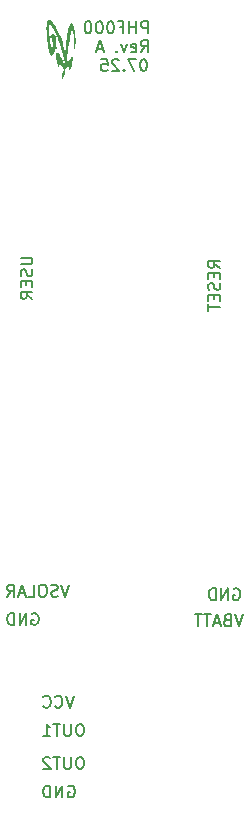
<source format=gbo>
%TF.GenerationSoftware,KiCad,Pcbnew,9.0.3-9.0.3-0~ubuntu24.04.1*%
%TF.CreationDate,2025-08-01T15:49:40+02:00*%
%TF.ProjectId,PHF000 - Node,50484630-3030-4202-9d20-4e6f64652e6b,rev?*%
%TF.SameCoordinates,Original*%
%TF.FileFunction,Legend,Bot*%
%TF.FilePolarity,Positive*%
%FSLAX46Y46*%
G04 Gerber Fmt 4.6, Leading zero omitted, Abs format (unit mm)*
G04 Created by KiCad (PCBNEW 9.0.3-9.0.3-0~ubuntu24.04.1) date 2025-08-01 15:49:40*
%MOMM*%
%LPD*%
G01*
G04 APERTURE LIST*
%ADD10C,0.200000*%
%ADD11C,0.000000*%
G04 APERTURE END LIST*
D10*
X109406517Y-90314838D02*
X109501755Y-90267219D01*
X109501755Y-90267219D02*
X109644612Y-90267219D01*
X109644612Y-90267219D02*
X109787469Y-90314838D01*
X109787469Y-90314838D02*
X109882707Y-90410076D01*
X109882707Y-90410076D02*
X109930326Y-90505314D01*
X109930326Y-90505314D02*
X109977945Y-90695790D01*
X109977945Y-90695790D02*
X109977945Y-90838647D01*
X109977945Y-90838647D02*
X109930326Y-91029123D01*
X109930326Y-91029123D02*
X109882707Y-91124361D01*
X109882707Y-91124361D02*
X109787469Y-91219600D01*
X109787469Y-91219600D02*
X109644612Y-91267219D01*
X109644612Y-91267219D02*
X109549374Y-91267219D01*
X109549374Y-91267219D02*
X109406517Y-91219600D01*
X109406517Y-91219600D02*
X109358898Y-91171980D01*
X109358898Y-91171980D02*
X109358898Y-90838647D01*
X109358898Y-90838647D02*
X109549374Y-90838647D01*
X108930326Y-91267219D02*
X108930326Y-90267219D01*
X108930326Y-90267219D02*
X108358898Y-91267219D01*
X108358898Y-91267219D02*
X108358898Y-90267219D01*
X107882707Y-91267219D02*
X107882707Y-90267219D01*
X107882707Y-90267219D02*
X107644612Y-90267219D01*
X107644612Y-90267219D02*
X107501755Y-90314838D01*
X107501755Y-90314838D02*
X107406517Y-90410076D01*
X107406517Y-90410076D02*
X107358898Y-90505314D01*
X107358898Y-90505314D02*
X107311279Y-90695790D01*
X107311279Y-90695790D02*
X107311279Y-90838647D01*
X107311279Y-90838647D02*
X107358898Y-91029123D01*
X107358898Y-91029123D02*
X107406517Y-91124361D01*
X107406517Y-91124361D02*
X107501755Y-91219600D01*
X107501755Y-91219600D02*
X107644612Y-91267219D01*
X107644612Y-91267219D02*
X107882707Y-91267219D01*
X101839850Y-45467219D02*
X101744612Y-45467219D01*
X101744612Y-45467219D02*
X101649374Y-45514838D01*
X101649374Y-45514838D02*
X101601755Y-45562457D01*
X101601755Y-45562457D02*
X101554136Y-45657695D01*
X101554136Y-45657695D02*
X101506517Y-45848171D01*
X101506517Y-45848171D02*
X101506517Y-46086266D01*
X101506517Y-46086266D02*
X101554136Y-46276742D01*
X101554136Y-46276742D02*
X101601755Y-46371980D01*
X101601755Y-46371980D02*
X101649374Y-46419600D01*
X101649374Y-46419600D02*
X101744612Y-46467219D01*
X101744612Y-46467219D02*
X101839850Y-46467219D01*
X101839850Y-46467219D02*
X101935088Y-46419600D01*
X101935088Y-46419600D02*
X101982707Y-46371980D01*
X101982707Y-46371980D02*
X102030326Y-46276742D01*
X102030326Y-46276742D02*
X102077945Y-46086266D01*
X102077945Y-46086266D02*
X102077945Y-45848171D01*
X102077945Y-45848171D02*
X102030326Y-45657695D01*
X102030326Y-45657695D02*
X101982707Y-45562457D01*
X101982707Y-45562457D02*
X101935088Y-45514838D01*
X101935088Y-45514838D02*
X101839850Y-45467219D01*
X101173183Y-45467219D02*
X100506517Y-45467219D01*
X100506517Y-45467219D02*
X100935088Y-46467219D01*
X100125564Y-46371980D02*
X100077945Y-46419600D01*
X100077945Y-46419600D02*
X100125564Y-46467219D01*
X100125564Y-46467219D02*
X100173183Y-46419600D01*
X100173183Y-46419600D02*
X100125564Y-46371980D01*
X100125564Y-46371980D02*
X100125564Y-46467219D01*
X99696993Y-45562457D02*
X99649374Y-45514838D01*
X99649374Y-45514838D02*
X99554136Y-45467219D01*
X99554136Y-45467219D02*
X99316041Y-45467219D01*
X99316041Y-45467219D02*
X99220803Y-45514838D01*
X99220803Y-45514838D02*
X99173184Y-45562457D01*
X99173184Y-45562457D02*
X99125565Y-45657695D01*
X99125565Y-45657695D02*
X99125565Y-45752933D01*
X99125565Y-45752933D02*
X99173184Y-45895790D01*
X99173184Y-45895790D02*
X99744612Y-46467219D01*
X99744612Y-46467219D02*
X99125565Y-46467219D01*
X98220803Y-45467219D02*
X98696993Y-45467219D01*
X98696993Y-45467219D02*
X98744612Y-45943409D01*
X98744612Y-45943409D02*
X98696993Y-45895790D01*
X98696993Y-45895790D02*
X98601755Y-45848171D01*
X98601755Y-45848171D02*
X98363660Y-45848171D01*
X98363660Y-45848171D02*
X98268422Y-45895790D01*
X98268422Y-45895790D02*
X98220803Y-45943409D01*
X98220803Y-45943409D02*
X98173184Y-46038647D01*
X98173184Y-46038647D02*
X98173184Y-46276742D01*
X98173184Y-46276742D02*
X98220803Y-46371980D01*
X98220803Y-46371980D02*
X98268422Y-46419600D01*
X98268422Y-46419600D02*
X98363660Y-46467219D01*
X98363660Y-46467219D02*
X98601755Y-46467219D01*
X98601755Y-46467219D02*
X98696993Y-46419600D01*
X98696993Y-46419600D02*
X98744612Y-46371980D01*
X102130326Y-43267219D02*
X102130326Y-42267219D01*
X102130326Y-42267219D02*
X101749374Y-42267219D01*
X101749374Y-42267219D02*
X101654136Y-42314838D01*
X101654136Y-42314838D02*
X101606517Y-42362457D01*
X101606517Y-42362457D02*
X101558898Y-42457695D01*
X101558898Y-42457695D02*
X101558898Y-42600552D01*
X101558898Y-42600552D02*
X101606517Y-42695790D01*
X101606517Y-42695790D02*
X101654136Y-42743409D01*
X101654136Y-42743409D02*
X101749374Y-42791028D01*
X101749374Y-42791028D02*
X102130326Y-42791028D01*
X101130326Y-43267219D02*
X101130326Y-42267219D01*
X101130326Y-42743409D02*
X100558898Y-42743409D01*
X100558898Y-43267219D02*
X100558898Y-42267219D01*
X99749374Y-42743409D02*
X100082707Y-42743409D01*
X100082707Y-43267219D02*
X100082707Y-42267219D01*
X100082707Y-42267219D02*
X99606517Y-42267219D01*
X99035088Y-42267219D02*
X98939850Y-42267219D01*
X98939850Y-42267219D02*
X98844612Y-42314838D01*
X98844612Y-42314838D02*
X98796993Y-42362457D01*
X98796993Y-42362457D02*
X98749374Y-42457695D01*
X98749374Y-42457695D02*
X98701755Y-42648171D01*
X98701755Y-42648171D02*
X98701755Y-42886266D01*
X98701755Y-42886266D02*
X98749374Y-43076742D01*
X98749374Y-43076742D02*
X98796993Y-43171980D01*
X98796993Y-43171980D02*
X98844612Y-43219600D01*
X98844612Y-43219600D02*
X98939850Y-43267219D01*
X98939850Y-43267219D02*
X99035088Y-43267219D01*
X99035088Y-43267219D02*
X99130326Y-43219600D01*
X99130326Y-43219600D02*
X99177945Y-43171980D01*
X99177945Y-43171980D02*
X99225564Y-43076742D01*
X99225564Y-43076742D02*
X99273183Y-42886266D01*
X99273183Y-42886266D02*
X99273183Y-42648171D01*
X99273183Y-42648171D02*
X99225564Y-42457695D01*
X99225564Y-42457695D02*
X99177945Y-42362457D01*
X99177945Y-42362457D02*
X99130326Y-42314838D01*
X99130326Y-42314838D02*
X99035088Y-42267219D01*
X98082707Y-42267219D02*
X97987469Y-42267219D01*
X97987469Y-42267219D02*
X97892231Y-42314838D01*
X97892231Y-42314838D02*
X97844612Y-42362457D01*
X97844612Y-42362457D02*
X97796993Y-42457695D01*
X97796993Y-42457695D02*
X97749374Y-42648171D01*
X97749374Y-42648171D02*
X97749374Y-42886266D01*
X97749374Y-42886266D02*
X97796993Y-43076742D01*
X97796993Y-43076742D02*
X97844612Y-43171980D01*
X97844612Y-43171980D02*
X97892231Y-43219600D01*
X97892231Y-43219600D02*
X97987469Y-43267219D01*
X97987469Y-43267219D02*
X98082707Y-43267219D01*
X98082707Y-43267219D02*
X98177945Y-43219600D01*
X98177945Y-43219600D02*
X98225564Y-43171980D01*
X98225564Y-43171980D02*
X98273183Y-43076742D01*
X98273183Y-43076742D02*
X98320802Y-42886266D01*
X98320802Y-42886266D02*
X98320802Y-42648171D01*
X98320802Y-42648171D02*
X98273183Y-42457695D01*
X98273183Y-42457695D02*
X98225564Y-42362457D01*
X98225564Y-42362457D02*
X98177945Y-42314838D01*
X98177945Y-42314838D02*
X98082707Y-42267219D01*
X97130326Y-42267219D02*
X97035088Y-42267219D01*
X97035088Y-42267219D02*
X96939850Y-42314838D01*
X96939850Y-42314838D02*
X96892231Y-42362457D01*
X96892231Y-42362457D02*
X96844612Y-42457695D01*
X96844612Y-42457695D02*
X96796993Y-42648171D01*
X96796993Y-42648171D02*
X96796993Y-42886266D01*
X96796993Y-42886266D02*
X96844612Y-43076742D01*
X96844612Y-43076742D02*
X96892231Y-43171980D01*
X96892231Y-43171980D02*
X96939850Y-43219600D01*
X96939850Y-43219600D02*
X97035088Y-43267219D01*
X97035088Y-43267219D02*
X97130326Y-43267219D01*
X97130326Y-43267219D02*
X97225564Y-43219600D01*
X97225564Y-43219600D02*
X97273183Y-43171980D01*
X97273183Y-43171980D02*
X97320802Y-43076742D01*
X97320802Y-43076742D02*
X97368421Y-42886266D01*
X97368421Y-42886266D02*
X97368421Y-42648171D01*
X97368421Y-42648171D02*
X97320802Y-42457695D01*
X97320802Y-42457695D02*
X97273183Y-42362457D01*
X97273183Y-42362457D02*
X97225564Y-42314838D01*
X97225564Y-42314838D02*
X97130326Y-42267219D01*
X91367219Y-62269673D02*
X92176742Y-62269673D01*
X92176742Y-62269673D02*
X92271980Y-62317292D01*
X92271980Y-62317292D02*
X92319600Y-62364911D01*
X92319600Y-62364911D02*
X92367219Y-62460149D01*
X92367219Y-62460149D02*
X92367219Y-62650625D01*
X92367219Y-62650625D02*
X92319600Y-62745863D01*
X92319600Y-62745863D02*
X92271980Y-62793482D01*
X92271980Y-62793482D02*
X92176742Y-62841101D01*
X92176742Y-62841101D02*
X91367219Y-62841101D01*
X92319600Y-63269673D02*
X92367219Y-63412530D01*
X92367219Y-63412530D02*
X92367219Y-63650625D01*
X92367219Y-63650625D02*
X92319600Y-63745863D01*
X92319600Y-63745863D02*
X92271980Y-63793482D01*
X92271980Y-63793482D02*
X92176742Y-63841101D01*
X92176742Y-63841101D02*
X92081504Y-63841101D01*
X92081504Y-63841101D02*
X91986266Y-63793482D01*
X91986266Y-63793482D02*
X91938647Y-63745863D01*
X91938647Y-63745863D02*
X91891028Y-63650625D01*
X91891028Y-63650625D02*
X91843409Y-63460149D01*
X91843409Y-63460149D02*
X91795790Y-63364911D01*
X91795790Y-63364911D02*
X91748171Y-63317292D01*
X91748171Y-63317292D02*
X91652933Y-63269673D01*
X91652933Y-63269673D02*
X91557695Y-63269673D01*
X91557695Y-63269673D02*
X91462457Y-63317292D01*
X91462457Y-63317292D02*
X91414838Y-63364911D01*
X91414838Y-63364911D02*
X91367219Y-63460149D01*
X91367219Y-63460149D02*
X91367219Y-63698244D01*
X91367219Y-63698244D02*
X91414838Y-63841101D01*
X91843409Y-64269673D02*
X91843409Y-64603006D01*
X92367219Y-64745863D02*
X92367219Y-64269673D01*
X92367219Y-64269673D02*
X91367219Y-64269673D01*
X91367219Y-64269673D02*
X91367219Y-64745863D01*
X92367219Y-65745863D02*
X91891028Y-65412530D01*
X92367219Y-65174435D02*
X91367219Y-65174435D01*
X91367219Y-65174435D02*
X91367219Y-65555387D01*
X91367219Y-65555387D02*
X91414838Y-65650625D01*
X91414838Y-65650625D02*
X91462457Y-65698244D01*
X91462457Y-65698244D02*
X91557695Y-65745863D01*
X91557695Y-65745863D02*
X91700552Y-65745863D01*
X91700552Y-65745863D02*
X91795790Y-65698244D01*
X91795790Y-65698244D02*
X91843409Y-65650625D01*
X91843409Y-65650625D02*
X91891028Y-65555387D01*
X91891028Y-65555387D02*
X91891028Y-65174435D01*
X95873183Y-99367219D02*
X95539850Y-100367219D01*
X95539850Y-100367219D02*
X95206517Y-99367219D01*
X94301755Y-100271980D02*
X94349374Y-100319600D01*
X94349374Y-100319600D02*
X94492231Y-100367219D01*
X94492231Y-100367219D02*
X94587469Y-100367219D01*
X94587469Y-100367219D02*
X94730326Y-100319600D01*
X94730326Y-100319600D02*
X94825564Y-100224361D01*
X94825564Y-100224361D02*
X94873183Y-100129123D01*
X94873183Y-100129123D02*
X94920802Y-99938647D01*
X94920802Y-99938647D02*
X94920802Y-99795790D01*
X94920802Y-99795790D02*
X94873183Y-99605314D01*
X94873183Y-99605314D02*
X94825564Y-99510076D01*
X94825564Y-99510076D02*
X94730326Y-99414838D01*
X94730326Y-99414838D02*
X94587469Y-99367219D01*
X94587469Y-99367219D02*
X94492231Y-99367219D01*
X94492231Y-99367219D02*
X94349374Y-99414838D01*
X94349374Y-99414838D02*
X94301755Y-99462457D01*
X93301755Y-100271980D02*
X93349374Y-100319600D01*
X93349374Y-100319600D02*
X93492231Y-100367219D01*
X93492231Y-100367219D02*
X93587469Y-100367219D01*
X93587469Y-100367219D02*
X93730326Y-100319600D01*
X93730326Y-100319600D02*
X93825564Y-100224361D01*
X93825564Y-100224361D02*
X93873183Y-100129123D01*
X93873183Y-100129123D02*
X93920802Y-99938647D01*
X93920802Y-99938647D02*
X93920802Y-99795790D01*
X93920802Y-99795790D02*
X93873183Y-99605314D01*
X93873183Y-99605314D02*
X93825564Y-99510076D01*
X93825564Y-99510076D02*
X93730326Y-99414838D01*
X93730326Y-99414838D02*
X93587469Y-99367219D01*
X93587469Y-99367219D02*
X93492231Y-99367219D01*
X93492231Y-99367219D02*
X93349374Y-99414838D01*
X93349374Y-99414838D02*
X93301755Y-99462457D01*
X108267219Y-63141101D02*
X107791028Y-62807768D01*
X108267219Y-62569673D02*
X107267219Y-62569673D01*
X107267219Y-62569673D02*
X107267219Y-62950625D01*
X107267219Y-62950625D02*
X107314838Y-63045863D01*
X107314838Y-63045863D02*
X107362457Y-63093482D01*
X107362457Y-63093482D02*
X107457695Y-63141101D01*
X107457695Y-63141101D02*
X107600552Y-63141101D01*
X107600552Y-63141101D02*
X107695790Y-63093482D01*
X107695790Y-63093482D02*
X107743409Y-63045863D01*
X107743409Y-63045863D02*
X107791028Y-62950625D01*
X107791028Y-62950625D02*
X107791028Y-62569673D01*
X107743409Y-63569673D02*
X107743409Y-63903006D01*
X108267219Y-64045863D02*
X108267219Y-63569673D01*
X108267219Y-63569673D02*
X107267219Y-63569673D01*
X107267219Y-63569673D02*
X107267219Y-64045863D01*
X108219600Y-64426816D02*
X108267219Y-64569673D01*
X108267219Y-64569673D02*
X108267219Y-64807768D01*
X108267219Y-64807768D02*
X108219600Y-64903006D01*
X108219600Y-64903006D02*
X108171980Y-64950625D01*
X108171980Y-64950625D02*
X108076742Y-64998244D01*
X108076742Y-64998244D02*
X107981504Y-64998244D01*
X107981504Y-64998244D02*
X107886266Y-64950625D01*
X107886266Y-64950625D02*
X107838647Y-64903006D01*
X107838647Y-64903006D02*
X107791028Y-64807768D01*
X107791028Y-64807768D02*
X107743409Y-64617292D01*
X107743409Y-64617292D02*
X107695790Y-64522054D01*
X107695790Y-64522054D02*
X107648171Y-64474435D01*
X107648171Y-64474435D02*
X107552933Y-64426816D01*
X107552933Y-64426816D02*
X107457695Y-64426816D01*
X107457695Y-64426816D02*
X107362457Y-64474435D01*
X107362457Y-64474435D02*
X107314838Y-64522054D01*
X107314838Y-64522054D02*
X107267219Y-64617292D01*
X107267219Y-64617292D02*
X107267219Y-64855387D01*
X107267219Y-64855387D02*
X107314838Y-64998244D01*
X107743409Y-65426816D02*
X107743409Y-65760149D01*
X108267219Y-65903006D02*
X108267219Y-65426816D01*
X108267219Y-65426816D02*
X107267219Y-65426816D01*
X107267219Y-65426816D02*
X107267219Y-65903006D01*
X107267219Y-66188721D02*
X107267219Y-66760149D01*
X108267219Y-66474435D02*
X107267219Y-66474435D01*
X92330326Y-92414838D02*
X92425564Y-92367219D01*
X92425564Y-92367219D02*
X92568421Y-92367219D01*
X92568421Y-92367219D02*
X92711278Y-92414838D01*
X92711278Y-92414838D02*
X92806516Y-92510076D01*
X92806516Y-92510076D02*
X92854135Y-92605314D01*
X92854135Y-92605314D02*
X92901754Y-92795790D01*
X92901754Y-92795790D02*
X92901754Y-92938647D01*
X92901754Y-92938647D02*
X92854135Y-93129123D01*
X92854135Y-93129123D02*
X92806516Y-93224361D01*
X92806516Y-93224361D02*
X92711278Y-93319600D01*
X92711278Y-93319600D02*
X92568421Y-93367219D01*
X92568421Y-93367219D02*
X92473183Y-93367219D01*
X92473183Y-93367219D02*
X92330326Y-93319600D01*
X92330326Y-93319600D02*
X92282707Y-93271980D01*
X92282707Y-93271980D02*
X92282707Y-92938647D01*
X92282707Y-92938647D02*
X92473183Y-92938647D01*
X91854135Y-93367219D02*
X91854135Y-92367219D01*
X91854135Y-92367219D02*
X91282707Y-93367219D01*
X91282707Y-93367219D02*
X91282707Y-92367219D01*
X90806516Y-93367219D02*
X90806516Y-92367219D01*
X90806516Y-92367219D02*
X90568421Y-92367219D01*
X90568421Y-92367219D02*
X90425564Y-92414838D01*
X90425564Y-92414838D02*
X90330326Y-92510076D01*
X90330326Y-92510076D02*
X90282707Y-92605314D01*
X90282707Y-92605314D02*
X90235088Y-92795790D01*
X90235088Y-92795790D02*
X90235088Y-92938647D01*
X90235088Y-92938647D02*
X90282707Y-93129123D01*
X90282707Y-93129123D02*
X90330326Y-93224361D01*
X90330326Y-93224361D02*
X90425564Y-93319600D01*
X90425564Y-93319600D02*
X90568421Y-93367219D01*
X90568421Y-93367219D02*
X90806516Y-93367219D01*
X110173183Y-92467219D02*
X109839850Y-93467219D01*
X109839850Y-93467219D02*
X109506517Y-92467219D01*
X108839850Y-92943409D02*
X108696993Y-92991028D01*
X108696993Y-92991028D02*
X108649374Y-93038647D01*
X108649374Y-93038647D02*
X108601755Y-93133885D01*
X108601755Y-93133885D02*
X108601755Y-93276742D01*
X108601755Y-93276742D02*
X108649374Y-93371980D01*
X108649374Y-93371980D02*
X108696993Y-93419600D01*
X108696993Y-93419600D02*
X108792231Y-93467219D01*
X108792231Y-93467219D02*
X109173183Y-93467219D01*
X109173183Y-93467219D02*
X109173183Y-92467219D01*
X109173183Y-92467219D02*
X108839850Y-92467219D01*
X108839850Y-92467219D02*
X108744612Y-92514838D01*
X108744612Y-92514838D02*
X108696993Y-92562457D01*
X108696993Y-92562457D02*
X108649374Y-92657695D01*
X108649374Y-92657695D02*
X108649374Y-92752933D01*
X108649374Y-92752933D02*
X108696993Y-92848171D01*
X108696993Y-92848171D02*
X108744612Y-92895790D01*
X108744612Y-92895790D02*
X108839850Y-92943409D01*
X108839850Y-92943409D02*
X109173183Y-92943409D01*
X108220802Y-93181504D02*
X107744612Y-93181504D01*
X108316040Y-93467219D02*
X107982707Y-92467219D01*
X107982707Y-92467219D02*
X107649374Y-93467219D01*
X107458897Y-92467219D02*
X106887469Y-92467219D01*
X107173183Y-93467219D02*
X107173183Y-92467219D01*
X106696992Y-92467219D02*
X106125564Y-92467219D01*
X106411278Y-93467219D02*
X106411278Y-92467219D01*
X101558898Y-44867219D02*
X101892231Y-44391028D01*
X102130326Y-44867219D02*
X102130326Y-43867219D01*
X102130326Y-43867219D02*
X101749374Y-43867219D01*
X101749374Y-43867219D02*
X101654136Y-43914838D01*
X101654136Y-43914838D02*
X101606517Y-43962457D01*
X101606517Y-43962457D02*
X101558898Y-44057695D01*
X101558898Y-44057695D02*
X101558898Y-44200552D01*
X101558898Y-44200552D02*
X101606517Y-44295790D01*
X101606517Y-44295790D02*
X101654136Y-44343409D01*
X101654136Y-44343409D02*
X101749374Y-44391028D01*
X101749374Y-44391028D02*
X102130326Y-44391028D01*
X100749374Y-44819600D02*
X100844612Y-44867219D01*
X100844612Y-44867219D02*
X101035088Y-44867219D01*
X101035088Y-44867219D02*
X101130326Y-44819600D01*
X101130326Y-44819600D02*
X101177945Y-44724361D01*
X101177945Y-44724361D02*
X101177945Y-44343409D01*
X101177945Y-44343409D02*
X101130326Y-44248171D01*
X101130326Y-44248171D02*
X101035088Y-44200552D01*
X101035088Y-44200552D02*
X100844612Y-44200552D01*
X100844612Y-44200552D02*
X100749374Y-44248171D01*
X100749374Y-44248171D02*
X100701755Y-44343409D01*
X100701755Y-44343409D02*
X100701755Y-44438647D01*
X100701755Y-44438647D02*
X101177945Y-44533885D01*
X100368421Y-44200552D02*
X100130326Y-44867219D01*
X100130326Y-44867219D02*
X99892231Y-44200552D01*
X99511278Y-44771980D02*
X99463659Y-44819600D01*
X99463659Y-44819600D02*
X99511278Y-44867219D01*
X99511278Y-44867219D02*
X99558897Y-44819600D01*
X99558897Y-44819600D02*
X99511278Y-44771980D01*
X99511278Y-44771980D02*
X99511278Y-44867219D01*
X98320802Y-44581504D02*
X97844612Y-44581504D01*
X98416040Y-44867219D02*
X98082707Y-43867219D01*
X98082707Y-43867219D02*
X97749374Y-44867219D01*
X96492231Y-104567219D02*
X96301755Y-104567219D01*
X96301755Y-104567219D02*
X96206517Y-104614838D01*
X96206517Y-104614838D02*
X96111279Y-104710076D01*
X96111279Y-104710076D02*
X96063660Y-104900552D01*
X96063660Y-104900552D02*
X96063660Y-105233885D01*
X96063660Y-105233885D02*
X96111279Y-105424361D01*
X96111279Y-105424361D02*
X96206517Y-105519600D01*
X96206517Y-105519600D02*
X96301755Y-105567219D01*
X96301755Y-105567219D02*
X96492231Y-105567219D01*
X96492231Y-105567219D02*
X96587469Y-105519600D01*
X96587469Y-105519600D02*
X96682707Y-105424361D01*
X96682707Y-105424361D02*
X96730326Y-105233885D01*
X96730326Y-105233885D02*
X96730326Y-104900552D01*
X96730326Y-104900552D02*
X96682707Y-104710076D01*
X96682707Y-104710076D02*
X96587469Y-104614838D01*
X96587469Y-104614838D02*
X96492231Y-104567219D01*
X95635088Y-104567219D02*
X95635088Y-105376742D01*
X95635088Y-105376742D02*
X95587469Y-105471980D01*
X95587469Y-105471980D02*
X95539850Y-105519600D01*
X95539850Y-105519600D02*
X95444612Y-105567219D01*
X95444612Y-105567219D02*
X95254136Y-105567219D01*
X95254136Y-105567219D02*
X95158898Y-105519600D01*
X95158898Y-105519600D02*
X95111279Y-105471980D01*
X95111279Y-105471980D02*
X95063660Y-105376742D01*
X95063660Y-105376742D02*
X95063660Y-104567219D01*
X94730326Y-104567219D02*
X94158898Y-104567219D01*
X94444612Y-105567219D02*
X94444612Y-104567219D01*
X93873183Y-104662457D02*
X93825564Y-104614838D01*
X93825564Y-104614838D02*
X93730326Y-104567219D01*
X93730326Y-104567219D02*
X93492231Y-104567219D01*
X93492231Y-104567219D02*
X93396993Y-104614838D01*
X93396993Y-104614838D02*
X93349374Y-104662457D01*
X93349374Y-104662457D02*
X93301755Y-104757695D01*
X93301755Y-104757695D02*
X93301755Y-104852933D01*
X93301755Y-104852933D02*
X93349374Y-104995790D01*
X93349374Y-104995790D02*
X93920802Y-105567219D01*
X93920802Y-105567219D02*
X93301755Y-105567219D01*
X95396993Y-107014838D02*
X95492231Y-106967219D01*
X95492231Y-106967219D02*
X95635088Y-106967219D01*
X95635088Y-106967219D02*
X95777945Y-107014838D01*
X95777945Y-107014838D02*
X95873183Y-107110076D01*
X95873183Y-107110076D02*
X95920802Y-107205314D01*
X95920802Y-107205314D02*
X95968421Y-107395790D01*
X95968421Y-107395790D02*
X95968421Y-107538647D01*
X95968421Y-107538647D02*
X95920802Y-107729123D01*
X95920802Y-107729123D02*
X95873183Y-107824361D01*
X95873183Y-107824361D02*
X95777945Y-107919600D01*
X95777945Y-107919600D02*
X95635088Y-107967219D01*
X95635088Y-107967219D02*
X95539850Y-107967219D01*
X95539850Y-107967219D02*
X95396993Y-107919600D01*
X95396993Y-107919600D02*
X95349374Y-107871980D01*
X95349374Y-107871980D02*
X95349374Y-107538647D01*
X95349374Y-107538647D02*
X95539850Y-107538647D01*
X94920802Y-107967219D02*
X94920802Y-106967219D01*
X94920802Y-106967219D02*
X94349374Y-107967219D01*
X94349374Y-107967219D02*
X94349374Y-106967219D01*
X93873183Y-107967219D02*
X93873183Y-106967219D01*
X93873183Y-106967219D02*
X93635088Y-106967219D01*
X93635088Y-106967219D02*
X93492231Y-107014838D01*
X93492231Y-107014838D02*
X93396993Y-107110076D01*
X93396993Y-107110076D02*
X93349374Y-107205314D01*
X93349374Y-107205314D02*
X93301755Y-107395790D01*
X93301755Y-107395790D02*
X93301755Y-107538647D01*
X93301755Y-107538647D02*
X93349374Y-107729123D01*
X93349374Y-107729123D02*
X93396993Y-107824361D01*
X93396993Y-107824361D02*
X93492231Y-107919600D01*
X93492231Y-107919600D02*
X93635088Y-107967219D01*
X93635088Y-107967219D02*
X93873183Y-107967219D01*
X96492231Y-101767219D02*
X96301755Y-101767219D01*
X96301755Y-101767219D02*
X96206517Y-101814838D01*
X96206517Y-101814838D02*
X96111279Y-101910076D01*
X96111279Y-101910076D02*
X96063660Y-102100552D01*
X96063660Y-102100552D02*
X96063660Y-102433885D01*
X96063660Y-102433885D02*
X96111279Y-102624361D01*
X96111279Y-102624361D02*
X96206517Y-102719600D01*
X96206517Y-102719600D02*
X96301755Y-102767219D01*
X96301755Y-102767219D02*
X96492231Y-102767219D01*
X96492231Y-102767219D02*
X96587469Y-102719600D01*
X96587469Y-102719600D02*
X96682707Y-102624361D01*
X96682707Y-102624361D02*
X96730326Y-102433885D01*
X96730326Y-102433885D02*
X96730326Y-102100552D01*
X96730326Y-102100552D02*
X96682707Y-101910076D01*
X96682707Y-101910076D02*
X96587469Y-101814838D01*
X96587469Y-101814838D02*
X96492231Y-101767219D01*
X95635088Y-101767219D02*
X95635088Y-102576742D01*
X95635088Y-102576742D02*
X95587469Y-102671980D01*
X95587469Y-102671980D02*
X95539850Y-102719600D01*
X95539850Y-102719600D02*
X95444612Y-102767219D01*
X95444612Y-102767219D02*
X95254136Y-102767219D01*
X95254136Y-102767219D02*
X95158898Y-102719600D01*
X95158898Y-102719600D02*
X95111279Y-102671980D01*
X95111279Y-102671980D02*
X95063660Y-102576742D01*
X95063660Y-102576742D02*
X95063660Y-101767219D01*
X94730326Y-101767219D02*
X94158898Y-101767219D01*
X94444612Y-102767219D02*
X94444612Y-101767219D01*
X93301755Y-102767219D02*
X93873183Y-102767219D01*
X93587469Y-102767219D02*
X93587469Y-101767219D01*
X93587469Y-101767219D02*
X93682707Y-101910076D01*
X93682707Y-101910076D02*
X93777945Y-102005314D01*
X93777945Y-102005314D02*
X93873183Y-102052933D01*
X95473183Y-89967219D02*
X95139850Y-90967219D01*
X95139850Y-90967219D02*
X94806517Y-89967219D01*
X94520802Y-90919600D02*
X94377945Y-90967219D01*
X94377945Y-90967219D02*
X94139850Y-90967219D01*
X94139850Y-90967219D02*
X94044612Y-90919600D01*
X94044612Y-90919600D02*
X93996993Y-90871980D01*
X93996993Y-90871980D02*
X93949374Y-90776742D01*
X93949374Y-90776742D02*
X93949374Y-90681504D01*
X93949374Y-90681504D02*
X93996993Y-90586266D01*
X93996993Y-90586266D02*
X94044612Y-90538647D01*
X94044612Y-90538647D02*
X94139850Y-90491028D01*
X94139850Y-90491028D02*
X94330326Y-90443409D01*
X94330326Y-90443409D02*
X94425564Y-90395790D01*
X94425564Y-90395790D02*
X94473183Y-90348171D01*
X94473183Y-90348171D02*
X94520802Y-90252933D01*
X94520802Y-90252933D02*
X94520802Y-90157695D01*
X94520802Y-90157695D02*
X94473183Y-90062457D01*
X94473183Y-90062457D02*
X94425564Y-90014838D01*
X94425564Y-90014838D02*
X94330326Y-89967219D01*
X94330326Y-89967219D02*
X94092231Y-89967219D01*
X94092231Y-89967219D02*
X93949374Y-90014838D01*
X93330326Y-89967219D02*
X93139850Y-89967219D01*
X93139850Y-89967219D02*
X93044612Y-90014838D01*
X93044612Y-90014838D02*
X92949374Y-90110076D01*
X92949374Y-90110076D02*
X92901755Y-90300552D01*
X92901755Y-90300552D02*
X92901755Y-90633885D01*
X92901755Y-90633885D02*
X92949374Y-90824361D01*
X92949374Y-90824361D02*
X93044612Y-90919600D01*
X93044612Y-90919600D02*
X93139850Y-90967219D01*
X93139850Y-90967219D02*
X93330326Y-90967219D01*
X93330326Y-90967219D02*
X93425564Y-90919600D01*
X93425564Y-90919600D02*
X93520802Y-90824361D01*
X93520802Y-90824361D02*
X93568421Y-90633885D01*
X93568421Y-90633885D02*
X93568421Y-90300552D01*
X93568421Y-90300552D02*
X93520802Y-90110076D01*
X93520802Y-90110076D02*
X93425564Y-90014838D01*
X93425564Y-90014838D02*
X93330326Y-89967219D01*
X91996993Y-90967219D02*
X92473183Y-90967219D01*
X92473183Y-90967219D02*
X92473183Y-89967219D01*
X91711278Y-90681504D02*
X91235088Y-90681504D01*
X91806516Y-90967219D02*
X91473183Y-89967219D01*
X91473183Y-89967219D02*
X91139850Y-90967219D01*
X90235088Y-90967219D02*
X90568421Y-90491028D01*
X90806516Y-90967219D02*
X90806516Y-89967219D01*
X90806516Y-89967219D02*
X90425564Y-89967219D01*
X90425564Y-89967219D02*
X90330326Y-90014838D01*
X90330326Y-90014838D02*
X90282707Y-90062457D01*
X90282707Y-90062457D02*
X90235088Y-90157695D01*
X90235088Y-90157695D02*
X90235088Y-90300552D01*
X90235088Y-90300552D02*
X90282707Y-90395790D01*
X90282707Y-90395790D02*
X90330326Y-90443409D01*
X90330326Y-90443409D02*
X90425564Y-90491028D01*
X90425564Y-90491028D02*
X90806516Y-90491028D01*
D11*
%TO.C,G\u002A\u002A\u002A*%
G36*
X94852894Y-47274046D02*
G01*
X94849858Y-47277083D01*
X94846821Y-47274046D01*
X94849858Y-47271009D01*
X94852894Y-47274046D01*
G37*
G36*
X95909709Y-44668450D02*
G01*
X95906673Y-44671487D01*
X95903636Y-44668450D01*
X95906673Y-44665414D01*
X95909709Y-44668450D01*
G37*
G36*
X93806284Y-42131096D02*
G01*
X93856977Y-42151139D01*
X93910195Y-42182589D01*
X93965749Y-42225241D01*
X94023450Y-42278891D01*
X94083110Y-42343332D01*
X94144541Y-42418360D01*
X94207553Y-42503772D01*
X94271958Y-42599360D01*
X94337567Y-42704922D01*
X94404193Y-42820251D01*
X94466516Y-42935083D01*
X94565597Y-43131344D01*
X94661351Y-43338289D01*
X94753513Y-43555225D01*
X94841819Y-43781464D01*
X94926003Y-44016313D01*
X95005801Y-44259084D01*
X95080946Y-44509086D01*
X95151174Y-44765629D01*
X95151976Y-44768693D01*
X95160611Y-44800087D01*
X95167093Y-44820331D01*
X95171331Y-44829174D01*
X95173233Y-44826365D01*
X95173898Y-44817506D01*
X95175345Y-44797580D01*
X95177439Y-44768418D01*
X95180074Y-44731524D01*
X95183141Y-44688402D01*
X95186533Y-44640557D01*
X95190143Y-44589493D01*
X95197451Y-44487930D01*
X95208849Y-44337190D01*
X95220239Y-44195775D01*
X95231579Y-44064157D01*
X95242826Y-43942805D01*
X95253939Y-43832189D01*
X95264874Y-43732777D01*
X95275588Y-43645040D01*
X95284547Y-43580843D01*
X95296719Y-43503049D01*
X95310903Y-43419796D01*
X95326666Y-43333273D01*
X95343572Y-43245670D01*
X95361185Y-43159177D01*
X95379071Y-43075983D01*
X95396793Y-42998279D01*
X95413918Y-42928253D01*
X95430010Y-42868096D01*
X95443146Y-42823250D01*
X95472930Y-42732542D01*
X95503598Y-42653943D01*
X95535154Y-42587448D01*
X95567601Y-42533053D01*
X95600941Y-42490754D01*
X95635177Y-42460546D01*
X95670312Y-42442424D01*
X95706349Y-42436384D01*
X95709022Y-42436421D01*
X95734430Y-42441072D01*
X95757761Y-42454145D01*
X95779935Y-42476544D01*
X95801867Y-42509175D01*
X95824476Y-42552942D01*
X95841598Y-42592722D01*
X95865328Y-42658652D01*
X95888248Y-42734663D01*
X95910167Y-42819546D01*
X95930899Y-42912098D01*
X95950254Y-43011110D01*
X95968047Y-43115376D01*
X95984087Y-43223690D01*
X95998188Y-43334846D01*
X96010161Y-43447637D01*
X96019818Y-43560857D01*
X96026971Y-43673299D01*
X96031432Y-43783756D01*
X96033014Y-43891023D01*
X96032858Y-43936977D01*
X96031696Y-44002304D01*
X96029177Y-44060931D01*
X96025028Y-44116181D01*
X96018979Y-44171381D01*
X96010758Y-44229852D01*
X96000096Y-44294921D01*
X95998163Y-44305877D01*
X95991212Y-44342430D01*
X95982923Y-44382754D01*
X95973682Y-44425283D01*
X95963869Y-44468453D01*
X95953871Y-44510696D01*
X95944069Y-44550447D01*
X95934847Y-44586140D01*
X95926589Y-44616209D01*
X95919678Y-44639088D01*
X95914497Y-44653211D01*
X95911430Y-44657012D01*
X95911342Y-44656824D01*
X95911069Y-44648865D01*
X95911527Y-44630553D01*
X95912645Y-44603457D01*
X95914351Y-44569149D01*
X95916574Y-44529200D01*
X95919242Y-44485180D01*
X95923036Y-44418300D01*
X95927243Y-44317943D01*
X95929735Y-44218305D01*
X95930519Y-44121270D01*
X95929600Y-44028725D01*
X95926987Y-43942555D01*
X95922686Y-43864646D01*
X95916705Y-43796882D01*
X95915076Y-43782153D01*
X95900669Y-43659791D01*
X95885746Y-43546695D01*
X95870369Y-43443129D01*
X95854600Y-43349353D01*
X95838502Y-43265630D01*
X95822138Y-43192220D01*
X95805571Y-43129386D01*
X95788862Y-43077390D01*
X95772075Y-43036492D01*
X95755273Y-43006956D01*
X95738518Y-42989042D01*
X95721872Y-42983013D01*
X95711240Y-42987216D01*
X95700463Y-43000665D01*
X95695030Y-43012510D01*
X95686168Y-43036836D01*
X95676450Y-43069218D01*
X95665808Y-43109987D01*
X95654180Y-43159476D01*
X95641500Y-43218016D01*
X95627702Y-43285938D01*
X95612722Y-43363575D01*
X95596495Y-43451258D01*
X95578955Y-43549319D01*
X95560038Y-43658089D01*
X95539678Y-43777901D01*
X95517812Y-43909086D01*
X95494372Y-44051975D01*
X95463917Y-44242488D01*
X95416663Y-44554658D01*
X95373910Y-44859823D01*
X95335324Y-45160522D01*
X95300570Y-45459292D01*
X95269314Y-45758670D01*
X95266038Y-45791833D01*
X95261837Y-45834162D01*
X95258001Y-45872580D01*
X95254736Y-45905041D01*
X95252246Y-45929501D01*
X95250737Y-45943917D01*
X95250550Y-45945658D01*
X95249823Y-45955080D01*
X95250538Y-45959585D01*
X95253384Y-45958193D01*
X95259048Y-45949924D01*
X95268220Y-45933801D01*
X95281589Y-45908842D01*
X95299842Y-45874070D01*
X95332169Y-45813164D01*
X95382101Y-45722717D01*
X95430395Y-45639665D01*
X95476708Y-45564500D01*
X95520699Y-45497715D01*
X95562026Y-45439801D01*
X95600347Y-45391250D01*
X95635320Y-45352556D01*
X95666603Y-45324210D01*
X95693855Y-45306704D01*
X95706119Y-45301903D01*
X95731889Y-45298039D01*
X95754492Y-45302617D01*
X95770834Y-45315294D01*
X95775269Y-45322376D01*
X95784835Y-45349390D01*
X95790179Y-45387041D01*
X95791292Y-45435420D01*
X95788164Y-45494618D01*
X95780788Y-45564725D01*
X95769154Y-45645833D01*
X95753253Y-45738031D01*
X95733077Y-45841411D01*
X95708616Y-45956064D01*
X95702884Y-45981640D01*
X95687181Y-46047454D01*
X95672002Y-46103705D01*
X95656671Y-46152242D01*
X95640507Y-46194917D01*
X95622832Y-46233581D01*
X95602968Y-46270085D01*
X95580237Y-46306279D01*
X95574185Y-46315089D01*
X95556756Y-46338254D01*
X95537482Y-46361471D01*
X95517919Y-46383137D01*
X95499619Y-46401649D01*
X95484139Y-46415403D01*
X95473032Y-46422795D01*
X95467853Y-46422221D01*
X95467506Y-46419831D01*
X95467743Y-46406831D01*
X95469358Y-46386336D01*
X95472126Y-46361578D01*
X95472918Y-46354895D01*
X95475667Y-46326160D01*
X95478386Y-46290375D01*
X95480797Y-46251452D01*
X95482623Y-46213304D01*
X95483719Y-46153331D01*
X95481667Y-46103420D01*
X95476289Y-46064759D01*
X95467463Y-46037095D01*
X95455069Y-46020176D01*
X95438985Y-46013751D01*
X95419090Y-46017565D01*
X95395263Y-46031369D01*
X95394900Y-46031633D01*
X95373725Y-46050091D01*
X95347822Y-46077510D01*
X95318421Y-46112310D01*
X95286755Y-46152913D01*
X95254056Y-46197741D01*
X95221555Y-46245215D01*
X95190485Y-46293756D01*
X95188034Y-46297731D01*
X95175459Y-46318590D01*
X95168216Y-46332868D01*
X95165384Y-46343818D01*
X95166043Y-46354692D01*
X95169275Y-46368742D01*
X95169976Y-46371685D01*
X95174074Y-46407713D01*
X95172549Y-46452669D01*
X95165659Y-46505012D01*
X95153660Y-46563204D01*
X95136812Y-46625705D01*
X95115370Y-46690975D01*
X95100780Y-46729987D01*
X95078584Y-46785381D01*
X95052170Y-46848066D01*
X95022370Y-46916174D01*
X94990018Y-46987837D01*
X94955947Y-47061187D01*
X94920988Y-47134357D01*
X94885975Y-47205478D01*
X94875772Y-47225484D01*
X94865260Y-47245153D01*
X94857723Y-47258141D01*
X94854339Y-47262331D01*
X94854385Y-47257448D01*
X94856882Y-47243712D01*
X94861415Y-47224610D01*
X94869032Y-47192348D01*
X94883449Y-47106491D01*
X94891791Y-47011913D01*
X94893969Y-46909941D01*
X94889893Y-46801903D01*
X94882850Y-46694179D01*
X94950618Y-46546810D01*
X94967841Y-46509409D01*
X94985103Y-46472038D01*
X95000351Y-46439144D01*
X95012821Y-46412369D01*
X95021753Y-46393354D01*
X95026382Y-46383740D01*
X95027491Y-46381432D01*
X95029882Y-46373462D01*
X95029838Y-46363465D01*
X95026935Y-46349090D01*
X95020746Y-46327991D01*
X95010849Y-46297818D01*
X94997995Y-46260845D01*
X94967594Y-46183255D01*
X94935634Y-46114480D01*
X94902563Y-46055351D01*
X94868826Y-46006703D01*
X94834870Y-45969368D01*
X94814152Y-45951624D01*
X94785597Y-45933320D01*
X94758584Y-45924542D01*
X94730998Y-45924375D01*
X94721045Y-45926240D01*
X94692012Y-45939153D01*
X94667782Y-45962678D01*
X94648292Y-45996950D01*
X94633478Y-46042105D01*
X94623275Y-46098278D01*
X94617622Y-46165605D01*
X94613800Y-46247599D01*
X94593506Y-46183826D01*
X94584437Y-46155107D01*
X94549857Y-46041502D01*
X94516824Y-45926558D01*
X94485784Y-45812070D01*
X94457183Y-45699831D01*
X94431467Y-45591632D01*
X94409081Y-45489269D01*
X94390471Y-45394534D01*
X94376083Y-45309220D01*
X94374503Y-45298212D01*
X94369704Y-45256151D01*
X94365977Y-45209806D01*
X94363409Y-45161899D01*
X94362087Y-45115150D01*
X94362099Y-45072279D01*
X94363532Y-45036009D01*
X94366472Y-45009060D01*
X94373221Y-44978249D01*
X94387439Y-44940039D01*
X94406462Y-44912627D01*
X94430452Y-44895730D01*
X94442092Y-44891347D01*
X94468603Y-44887445D01*
X94496011Y-44892409D01*
X94525473Y-44906726D01*
X94558144Y-44930886D01*
X94595181Y-44965377D01*
X94596848Y-44967059D01*
X94634005Y-45007695D01*
X94671702Y-45055085D01*
X94710452Y-45110037D01*
X94750771Y-45173356D01*
X94793172Y-45245849D01*
X94838170Y-45328322D01*
X94886280Y-45421583D01*
X94902972Y-45454943D01*
X94955581Y-45563411D01*
X95006324Y-45673491D01*
X95056743Y-45788587D01*
X95108381Y-45912107D01*
X95113047Y-45923480D01*
X95126821Y-45956736D01*
X95138714Y-45984988D01*
X95148054Y-46006673D01*
X95154172Y-46020227D01*
X95156398Y-46024087D01*
X95155870Y-46020484D01*
X95153265Y-46006161D01*
X95148733Y-45982343D01*
X95142550Y-45950454D01*
X95134994Y-45911920D01*
X95126340Y-45868166D01*
X95116867Y-45820620D01*
X95094755Y-45711823D01*
X95058498Y-45540337D01*
X95020625Y-45369056D01*
X94981548Y-45199677D01*
X94941678Y-45033896D01*
X94901426Y-44873410D01*
X94861202Y-44719916D01*
X94821419Y-44575110D01*
X94782488Y-44440688D01*
X94777512Y-44424234D01*
X94765739Y-44386366D01*
X94751105Y-44340310D01*
X94734022Y-44287299D01*
X94714904Y-44228568D01*
X94694165Y-44165351D01*
X94672218Y-44098880D01*
X94649476Y-44030391D01*
X94626353Y-43961117D01*
X94603262Y-43892291D01*
X94580616Y-43825148D01*
X94558829Y-43760921D01*
X94538315Y-43700845D01*
X94519486Y-43646152D01*
X94502756Y-43598077D01*
X94488538Y-43557854D01*
X94477246Y-43526716D01*
X94469294Y-43505898D01*
X94435910Y-43427435D01*
X94394302Y-43338965D01*
X94350365Y-43254230D01*
X94306156Y-43177370D01*
X94293739Y-43156980D01*
X94274272Y-43124930D01*
X94250589Y-43085876D01*
X94223801Y-43041653D01*
X94195020Y-42994096D01*
X94165358Y-42945041D01*
X94135926Y-42896322D01*
X94111721Y-42856333D01*
X94075877Y-42797629D01*
X94045014Y-42747900D01*
X94018465Y-42706172D01*
X93995566Y-42671469D01*
X93975651Y-42642818D01*
X93958053Y-42619244D01*
X93942107Y-42599772D01*
X93927147Y-42583428D01*
X93912508Y-42569236D01*
X93910623Y-42567531D01*
X93885276Y-42548604D01*
X93863306Y-42540508D01*
X93844493Y-42543431D01*
X93828613Y-42557566D01*
X93815447Y-42583102D01*
X93804772Y-42620230D01*
X93796366Y-42669141D01*
X93792446Y-42709922D01*
X93790035Y-42762144D01*
X93789159Y-42824426D01*
X93789790Y-42895769D01*
X93791903Y-42975177D01*
X93795469Y-43061652D01*
X93800464Y-43154197D01*
X93806860Y-43251814D01*
X93814630Y-43353505D01*
X93819238Y-43408931D01*
X93830679Y-43537767D01*
X93842462Y-43657100D01*
X93854863Y-43768811D01*
X93868159Y-43874780D01*
X93882624Y-43976889D01*
X93898536Y-44077018D01*
X93916170Y-44177048D01*
X93935802Y-44278859D01*
X93957708Y-44384334D01*
X93982164Y-44495351D01*
X93989693Y-44528342D01*
X93998562Y-44566239D01*
X94006448Y-44598877D01*
X94012942Y-44624606D01*
X94017636Y-44641775D01*
X94020120Y-44648732D01*
X94021574Y-44645921D01*
X94025391Y-44632608D01*
X94031163Y-44609471D01*
X94038621Y-44577674D01*
X94047500Y-44538382D01*
X94057534Y-44492758D01*
X94068455Y-44441968D01*
X94079998Y-44387174D01*
X94135505Y-44121039D01*
X94102006Y-44033363D01*
X94088979Y-43998606D01*
X94059567Y-43914666D01*
X94033687Y-43832780D01*
X94011628Y-43754198D01*
X93993678Y-43680170D01*
X93980124Y-43611948D01*
X93971254Y-43550781D01*
X93967357Y-43497919D01*
X93968720Y-43454614D01*
X93977167Y-43406650D01*
X93991617Y-43368245D01*
X94012313Y-43339983D01*
X94039592Y-43321535D01*
X94073794Y-43312574D01*
X94115259Y-43312770D01*
X94138190Y-43316576D01*
X94183861Y-43332794D01*
X94226496Y-43359339D01*
X94264350Y-43394992D01*
X94295675Y-43438536D01*
X94309382Y-43466326D01*
X94323838Y-43503570D01*
X94337504Y-43546078D01*
X94349273Y-43590393D01*
X94358037Y-43633060D01*
X94360034Y-43645624D01*
X94366862Y-43706369D01*
X94370820Y-43775909D01*
X94371946Y-43851812D01*
X94370284Y-43931646D01*
X94365874Y-44012978D01*
X94358756Y-44093377D01*
X94348972Y-44170411D01*
X94338115Y-44243295D01*
X94407937Y-44437652D01*
X94419045Y-44468585D01*
X94435700Y-44515023D01*
X94451157Y-44558181D01*
X94464832Y-44596429D01*
X94476144Y-44628137D01*
X94484508Y-44651675D01*
X94489343Y-44665414D01*
X94500926Y-44698819D01*
X94406633Y-44604751D01*
X94393648Y-44591864D01*
X94367614Y-44566467D01*
X94345253Y-44545241D01*
X94327777Y-44529308D01*
X94316401Y-44519787D01*
X94312340Y-44517797D01*
X94312022Y-44522916D01*
X94309513Y-44541155D01*
X94304907Y-44567715D01*
X94298692Y-44600238D01*
X94291352Y-44636365D01*
X94283374Y-44673738D01*
X94275243Y-44709998D01*
X94267444Y-44742786D01*
X94260464Y-44769744D01*
X94259718Y-44772445D01*
X94244613Y-44824741D01*
X94230199Y-44868967D01*
X94215074Y-44908837D01*
X94197834Y-44948062D01*
X94177077Y-44990354D01*
X94150241Y-45036593D01*
X94115718Y-45082120D01*
X94078088Y-45119051D01*
X94038422Y-45146511D01*
X93997792Y-45163627D01*
X93957269Y-45169526D01*
X93953876Y-45169484D01*
X93931135Y-45165592D01*
X93911892Y-45153758D01*
X93900042Y-45141272D01*
X93881669Y-45112730D01*
X93862795Y-45073017D01*
X93843536Y-45022709D01*
X93824008Y-44962381D01*
X93804327Y-44892608D01*
X93784611Y-44813966D01*
X93764974Y-44727030D01*
X93745535Y-44632375D01*
X93726408Y-44530576D01*
X93707710Y-44422210D01*
X93689558Y-44307851D01*
X93672068Y-44188074D01*
X93655357Y-44063455D01*
X93639540Y-43934569D01*
X93624735Y-43801992D01*
X93611056Y-43666298D01*
X93602301Y-43570429D01*
X93590172Y-43419487D01*
X93580590Y-43274557D01*
X93573542Y-43136092D01*
X93569012Y-43004548D01*
X93566987Y-42880378D01*
X93567452Y-42764037D01*
X93570391Y-42655979D01*
X93575791Y-42556657D01*
X93583637Y-42466526D01*
X93593915Y-42386041D01*
X93606609Y-42315655D01*
X93621706Y-42255823D01*
X93639190Y-42206999D01*
X93659048Y-42169636D01*
X93678456Y-42145552D01*
X93700511Y-42130098D01*
X93727442Y-42122994D01*
X93762176Y-42122917D01*
X93806284Y-42131096D01*
G37*
%TD*%
%LPC*%
G36*
X102125000Y-123449000D02*
G01*
X100425000Y-123449000D01*
X100425000Y-121749000D01*
X102125000Y-121749000D01*
X102125000Y-123449000D01*
G37*
G36*
X98981742Y-121785601D02*
G01*
X99135687Y-121849367D01*
X99274234Y-121941941D01*
X99392059Y-122059766D01*
X99484633Y-122198313D01*
X99548399Y-122352258D01*
X99580907Y-122515685D01*
X99580907Y-122682315D01*
X99548399Y-122845742D01*
X99484633Y-122999687D01*
X99392059Y-123138234D01*
X99274234Y-123256059D01*
X99135687Y-123348633D01*
X98981742Y-123412399D01*
X98818315Y-123444907D01*
X98651685Y-123444907D01*
X98488258Y-123412399D01*
X98334313Y-123348633D01*
X98195766Y-123256059D01*
X98077941Y-123138234D01*
X97985367Y-122999687D01*
X97921601Y-122845742D01*
X97889093Y-122682315D01*
X97889093Y-122515685D01*
X97921601Y-122352258D01*
X97985367Y-122198313D01*
X98077941Y-122059766D01*
X98195766Y-121941941D01*
X98334313Y-121849367D01*
X98488258Y-121785601D01*
X98651685Y-121753093D01*
X98818315Y-121753093D01*
X98981742Y-121785601D01*
G37*
G36*
X102125000Y-118350000D02*
G01*
X100425000Y-118350000D01*
X100425000Y-116650000D01*
X102125000Y-116650000D01*
X102125000Y-118350000D01*
G37*
G36*
X98981742Y-116686601D02*
G01*
X99135687Y-116750367D01*
X99274234Y-116842941D01*
X99392059Y-116960766D01*
X99484633Y-117099313D01*
X99548399Y-117253258D01*
X99580907Y-117416685D01*
X99580907Y-117583315D01*
X99548399Y-117746742D01*
X99484633Y-117900687D01*
X99392059Y-118039234D01*
X99274234Y-118157059D01*
X99135687Y-118249633D01*
X98981742Y-118313399D01*
X98818315Y-118345907D01*
X98651685Y-118345907D01*
X98488258Y-118313399D01*
X98334313Y-118249633D01*
X98195766Y-118157059D01*
X98077941Y-118039234D01*
X97985367Y-117900687D01*
X97921601Y-117746742D01*
X97889093Y-117583315D01*
X97889093Y-117416685D01*
X97921601Y-117253258D01*
X97985367Y-117099313D01*
X98077941Y-116960766D01*
X98195766Y-116842941D01*
X98334313Y-116750367D01*
X98488258Y-116686601D01*
X98651685Y-116654093D01*
X98818315Y-116654093D01*
X98981742Y-116686601D01*
G37*
G36*
X91746742Y-106496601D02*
G01*
X91900687Y-106560367D01*
X92039234Y-106652941D01*
X92157059Y-106770766D01*
X92249633Y-106909313D01*
X92313399Y-107063258D01*
X92345907Y-107226685D01*
X92345907Y-107393315D01*
X92313399Y-107556742D01*
X92249633Y-107710687D01*
X92157059Y-107849234D01*
X92039234Y-107967059D01*
X91900687Y-108059633D01*
X91746742Y-108123399D01*
X91583315Y-108155907D01*
X91416685Y-108155907D01*
X91253258Y-108123399D01*
X91099313Y-108059633D01*
X90960766Y-107967059D01*
X90842941Y-107849234D01*
X90750367Y-107710687D01*
X90686601Y-107556742D01*
X90654093Y-107393315D01*
X90654093Y-107226685D01*
X90686601Y-107063258D01*
X90750367Y-106909313D01*
X90842941Y-106770766D01*
X90960766Y-106652941D01*
X91099313Y-106560367D01*
X91253258Y-106496601D01*
X91416685Y-106464093D01*
X91583315Y-106464093D01*
X91746742Y-106496601D01*
G37*
G36*
X91746742Y-103956600D02*
G01*
X91900687Y-104020366D01*
X92039234Y-104112940D01*
X92157059Y-104230765D01*
X92249633Y-104369312D01*
X92313399Y-104523257D01*
X92345907Y-104686684D01*
X92345907Y-104853314D01*
X92313399Y-105016741D01*
X92249633Y-105170686D01*
X92157059Y-105309233D01*
X92039234Y-105427058D01*
X91900687Y-105519632D01*
X91746742Y-105583398D01*
X91583315Y-105615906D01*
X91416685Y-105615906D01*
X91253258Y-105583398D01*
X91099313Y-105519632D01*
X90960766Y-105427058D01*
X90842941Y-105309233D01*
X90750367Y-105170686D01*
X90686601Y-105016741D01*
X90654093Y-104853314D01*
X90654093Y-104686684D01*
X90686601Y-104523257D01*
X90750367Y-104369312D01*
X90842941Y-104230765D01*
X90960766Y-104112940D01*
X91099313Y-104020366D01*
X91253258Y-103956600D01*
X91416685Y-103924092D01*
X91583315Y-103924092D01*
X91746742Y-103956600D01*
G37*
G36*
X91746742Y-101416601D02*
G01*
X91900687Y-101480367D01*
X92039234Y-101572941D01*
X92157059Y-101690766D01*
X92249633Y-101829313D01*
X92313399Y-101983258D01*
X92345907Y-102146685D01*
X92345907Y-102313315D01*
X92313399Y-102476742D01*
X92249633Y-102630687D01*
X92157059Y-102769234D01*
X92039234Y-102887059D01*
X91900687Y-102979633D01*
X91746742Y-103043399D01*
X91583315Y-103075907D01*
X91416685Y-103075907D01*
X91253258Y-103043399D01*
X91099313Y-102979633D01*
X90960766Y-102887059D01*
X90842941Y-102769234D01*
X90750367Y-102630687D01*
X90686601Y-102476742D01*
X90654093Y-102313315D01*
X90654093Y-102146685D01*
X90686601Y-101983258D01*
X90750367Y-101829313D01*
X90842941Y-101690766D01*
X90960766Y-101572941D01*
X91099313Y-101480367D01*
X91253258Y-101416601D01*
X91416685Y-101384093D01*
X91583315Y-101384093D01*
X91746742Y-101416601D01*
G37*
G36*
X92350000Y-100540000D02*
G01*
X90650000Y-100540000D01*
X90650000Y-98840000D01*
X92350000Y-98840000D01*
X92350000Y-100540000D01*
G37*
G36*
X107742602Y-77367496D02*
G01*
X107750723Y-77367496D01*
X107765597Y-77373657D01*
X107799329Y-77382695D01*
X107829570Y-77400155D01*
X107844448Y-77406318D01*
X107850191Y-77412061D01*
X107858012Y-77416577D01*
X107905922Y-77464487D01*
X107910437Y-77472307D01*
X107916182Y-77478052D01*
X107922345Y-77492932D01*
X107939804Y-77523170D01*
X107948842Y-77556901D01*
X107955004Y-77571777D01*
X107955004Y-77579897D01*
X107957341Y-77588619D01*
X107957341Y-77656380D01*
X107955004Y-77665101D01*
X107955004Y-77673223D01*
X107948841Y-77688100D01*
X107939804Y-77721829D01*
X107922347Y-77752063D01*
X107916182Y-77766948D01*
X107910435Y-77772694D01*
X107905922Y-77780512D01*
X107858012Y-77828422D01*
X107850194Y-77832935D01*
X107844448Y-77838682D01*
X107829563Y-77844847D01*
X107799329Y-77862304D01*
X107765600Y-77871341D01*
X107750723Y-77877504D01*
X107742602Y-77877504D01*
X107733880Y-77879841D01*
X107666120Y-77879841D01*
X107657398Y-77877504D01*
X107649277Y-77877504D01*
X107634400Y-77871341D01*
X107600670Y-77862304D01*
X107570432Y-77844845D01*
X107555552Y-77838682D01*
X107549807Y-77832937D01*
X107541987Y-77828422D01*
X107494077Y-77780512D01*
X107489561Y-77772691D01*
X107483818Y-77766948D01*
X107477655Y-77752070D01*
X107460195Y-77721829D01*
X107451157Y-77688097D01*
X107444996Y-77673223D01*
X107444996Y-77665102D01*
X107442659Y-77656380D01*
X107442659Y-77588619D01*
X107444996Y-77579896D01*
X107444996Y-77571777D01*
X107451156Y-77556904D01*
X107460195Y-77523170D01*
X107477656Y-77492926D01*
X107483818Y-77478052D01*
X107489560Y-77472309D01*
X107494077Y-77464487D01*
X107541987Y-77416577D01*
X107549809Y-77412060D01*
X107555552Y-77406318D01*
X107570426Y-77400156D01*
X107600670Y-77382695D01*
X107634403Y-77373656D01*
X107649277Y-77367496D01*
X107657398Y-77367496D01*
X107666120Y-77365159D01*
X107733880Y-77365159D01*
X107742602Y-77367496D01*
G37*
G36*
X105739266Y-75098575D02*
G01*
X105857351Y-75147487D01*
X105963624Y-75218497D01*
X106054003Y-75308876D01*
X106125013Y-75415149D01*
X106173925Y-75533234D01*
X106198860Y-75658593D01*
X106202000Y-75722500D01*
X106202000Y-76822500D01*
X106198860Y-76886407D01*
X106173925Y-77011766D01*
X106125013Y-77129851D01*
X106054003Y-77236124D01*
X105963624Y-77326503D01*
X105857351Y-77397513D01*
X105739266Y-77446425D01*
X105613907Y-77471360D01*
X105486093Y-77471360D01*
X105360734Y-77446425D01*
X105242649Y-77397513D01*
X105136376Y-77326503D01*
X105045997Y-77236124D01*
X104974987Y-77129851D01*
X104926075Y-77011766D01*
X104901140Y-76886407D01*
X104898000Y-76822500D01*
X104898000Y-75722500D01*
X104901140Y-75658593D01*
X104926075Y-75533234D01*
X104974987Y-75415149D01*
X105045997Y-75308876D01*
X105136376Y-75218497D01*
X105242649Y-75147487D01*
X105360734Y-75098575D01*
X105486093Y-75073640D01*
X105613907Y-75073640D01*
X105739266Y-75098575D01*
G37*
G36*
X110039266Y-75098575D02*
G01*
X110157351Y-75147487D01*
X110263624Y-75218497D01*
X110354003Y-75308876D01*
X110425013Y-75415149D01*
X110473925Y-75533234D01*
X110498860Y-75658593D01*
X110502000Y-75722500D01*
X110502000Y-76822500D01*
X110498860Y-76886407D01*
X110473925Y-77011766D01*
X110425013Y-77129851D01*
X110354003Y-77236124D01*
X110263624Y-77326503D01*
X110157351Y-77397513D01*
X110039266Y-77446425D01*
X109913907Y-77471360D01*
X109786093Y-77471360D01*
X109660734Y-77446425D01*
X109542649Y-77397513D01*
X109436376Y-77326503D01*
X109345997Y-77236124D01*
X109274987Y-77129851D01*
X109226075Y-77011766D01*
X109201140Y-76886407D01*
X109198000Y-76822500D01*
X109198000Y-75722500D01*
X109201140Y-75658593D01*
X109226075Y-75533234D01*
X109274987Y-75415149D01*
X109345997Y-75308876D01*
X109436376Y-75218497D01*
X109542649Y-75147487D01*
X109660734Y-75098575D01*
X109786093Y-75073640D01*
X109913907Y-75073640D01*
X110039266Y-75098575D01*
G37*
G36*
X105739266Y-70298575D02*
G01*
X105857351Y-70347487D01*
X105963624Y-70418497D01*
X106054003Y-70508876D01*
X106125013Y-70615149D01*
X106173925Y-70733234D01*
X106198860Y-70858593D01*
X106202000Y-70922500D01*
X106202000Y-72022500D01*
X106198860Y-72086407D01*
X106173925Y-72211766D01*
X106125013Y-72329851D01*
X106054003Y-72436124D01*
X105963624Y-72526503D01*
X105857351Y-72597513D01*
X105739266Y-72646425D01*
X105613907Y-72671360D01*
X105486093Y-72671360D01*
X105360734Y-72646425D01*
X105242649Y-72597513D01*
X105136376Y-72526503D01*
X105045997Y-72436124D01*
X104974987Y-72329851D01*
X104926075Y-72211766D01*
X104901140Y-72086407D01*
X104898000Y-72022500D01*
X104898000Y-70922500D01*
X104901140Y-70858593D01*
X104926075Y-70733234D01*
X104974987Y-70615149D01*
X105045997Y-70508876D01*
X105136376Y-70418497D01*
X105242649Y-70347487D01*
X105360734Y-70298575D01*
X105486093Y-70273640D01*
X105613907Y-70273640D01*
X105739266Y-70298575D01*
G37*
G36*
X110039266Y-70298575D02*
G01*
X110157351Y-70347487D01*
X110263624Y-70418497D01*
X110354003Y-70508876D01*
X110425013Y-70615149D01*
X110473925Y-70733234D01*
X110498860Y-70858593D01*
X110502000Y-70922500D01*
X110502000Y-72022500D01*
X110498860Y-72086407D01*
X110473925Y-72211766D01*
X110425013Y-72329851D01*
X110354003Y-72436124D01*
X110263624Y-72526503D01*
X110157351Y-72597513D01*
X110039266Y-72646425D01*
X109913907Y-72671360D01*
X109786093Y-72671360D01*
X109660734Y-72646425D01*
X109542649Y-72597513D01*
X109436376Y-72526503D01*
X109345997Y-72436124D01*
X109274987Y-72329851D01*
X109226075Y-72211766D01*
X109201140Y-72086407D01*
X109198000Y-72022500D01*
X109198000Y-70922500D01*
X109201140Y-70858593D01*
X109226075Y-70733234D01*
X109274987Y-70615149D01*
X109345997Y-70508876D01*
X109436376Y-70418497D01*
X109542649Y-70347487D01*
X109660734Y-70298575D01*
X109786093Y-70273640D01*
X109913907Y-70273640D01*
X110039266Y-70298575D01*
G37*
G36*
X107742602Y-69867496D02*
G01*
X107750723Y-69867496D01*
X107765597Y-69873657D01*
X107799329Y-69882695D01*
X107829570Y-69900155D01*
X107844448Y-69906318D01*
X107850191Y-69912061D01*
X107858012Y-69916577D01*
X107905922Y-69964487D01*
X107910437Y-69972307D01*
X107916182Y-69978052D01*
X107922345Y-69992932D01*
X107939804Y-70023170D01*
X107948842Y-70056901D01*
X107955004Y-70071777D01*
X107955004Y-70079897D01*
X107957341Y-70088619D01*
X107957341Y-70156380D01*
X107955004Y-70165101D01*
X107955004Y-70173223D01*
X107948841Y-70188100D01*
X107939804Y-70221829D01*
X107922347Y-70252063D01*
X107916182Y-70266948D01*
X107910435Y-70272694D01*
X107905922Y-70280512D01*
X107858012Y-70328422D01*
X107850194Y-70332935D01*
X107844448Y-70338682D01*
X107829563Y-70344847D01*
X107799329Y-70362304D01*
X107765600Y-70371341D01*
X107750723Y-70377504D01*
X107742602Y-70377504D01*
X107733880Y-70379841D01*
X107666120Y-70379841D01*
X107657398Y-70377504D01*
X107649277Y-70377504D01*
X107634400Y-70371341D01*
X107600670Y-70362304D01*
X107570432Y-70344845D01*
X107555552Y-70338682D01*
X107549807Y-70332937D01*
X107541987Y-70328422D01*
X107494077Y-70280512D01*
X107489561Y-70272691D01*
X107483818Y-70266948D01*
X107477655Y-70252070D01*
X107460195Y-70221829D01*
X107451157Y-70188097D01*
X107444996Y-70173223D01*
X107444996Y-70165102D01*
X107442659Y-70156380D01*
X107442659Y-70088619D01*
X107444996Y-70079896D01*
X107444996Y-70071777D01*
X107451156Y-70056904D01*
X107460195Y-70023170D01*
X107477656Y-69992926D01*
X107483818Y-69978052D01*
X107489560Y-69972309D01*
X107494077Y-69964487D01*
X107541987Y-69916577D01*
X107549809Y-69912060D01*
X107555552Y-69906318D01*
X107570426Y-69900156D01*
X107600670Y-69882695D01*
X107634403Y-69873656D01*
X107649277Y-69867496D01*
X107657398Y-69867496D01*
X107666120Y-69865159D01*
X107733880Y-69865159D01*
X107742602Y-69867496D01*
G37*
G36*
X108689543Y-54482402D02*
G01*
X108801520Y-54547052D01*
X108892948Y-54638480D01*
X108957598Y-54750457D01*
X108991063Y-54875350D01*
X108991063Y-55004650D01*
X108957598Y-55129543D01*
X108892948Y-55241520D01*
X108801520Y-55332948D01*
X108689543Y-55397598D01*
X108564650Y-55431063D01*
X108435350Y-55431063D01*
X108310457Y-55397598D01*
X108198480Y-55332948D01*
X108107052Y-55241520D01*
X108042402Y-55129543D01*
X108008937Y-55004650D01*
X108008937Y-54875350D01*
X108042402Y-54750457D01*
X108107052Y-54638480D01*
X108198480Y-54547052D01*
X108310457Y-54482402D01*
X108435350Y-54448937D01*
X108564650Y-54448937D01*
X108689543Y-54482402D01*
G37*
G36*
X107673543Y-49402402D02*
G01*
X107785520Y-49467052D01*
X107876948Y-49558480D01*
X107941598Y-49670457D01*
X107975063Y-49795350D01*
X107975063Y-49924650D01*
X107941598Y-50049543D01*
X107876948Y-50161520D01*
X107785520Y-50252948D01*
X107673543Y-50317598D01*
X107548650Y-50351063D01*
X107419350Y-50351063D01*
X107294457Y-50317598D01*
X107182480Y-50252948D01*
X107091052Y-50161520D01*
X107026402Y-50049543D01*
X106992937Y-49924650D01*
X106992937Y-49795350D01*
X107026402Y-49670457D01*
X107091052Y-49558480D01*
X107182480Y-49467052D01*
X107294457Y-49402402D01*
X107419350Y-49368937D01*
X107548650Y-49368937D01*
X107673543Y-49402402D01*
G37*
G36*
X109705543Y-49402402D02*
G01*
X109817520Y-49467052D01*
X109908948Y-49558480D01*
X109973598Y-49670457D01*
X110007063Y-49795350D01*
X110007063Y-49924650D01*
X109973598Y-50049543D01*
X109908948Y-50161520D01*
X109817520Y-50252948D01*
X109705543Y-50317598D01*
X109580650Y-50351063D01*
X109451350Y-50351063D01*
X109326457Y-50317598D01*
X109214480Y-50252948D01*
X109123052Y-50161520D01*
X109058402Y-50049543D01*
X109024937Y-49924650D01*
X109024937Y-49795350D01*
X109058402Y-49670457D01*
X109123052Y-49558480D01*
X109214480Y-49467052D01*
X109326457Y-49402402D01*
X109451350Y-49368937D01*
X109580650Y-49368937D01*
X109705543Y-49402402D01*
G37*
%LPD*%
M02*

</source>
